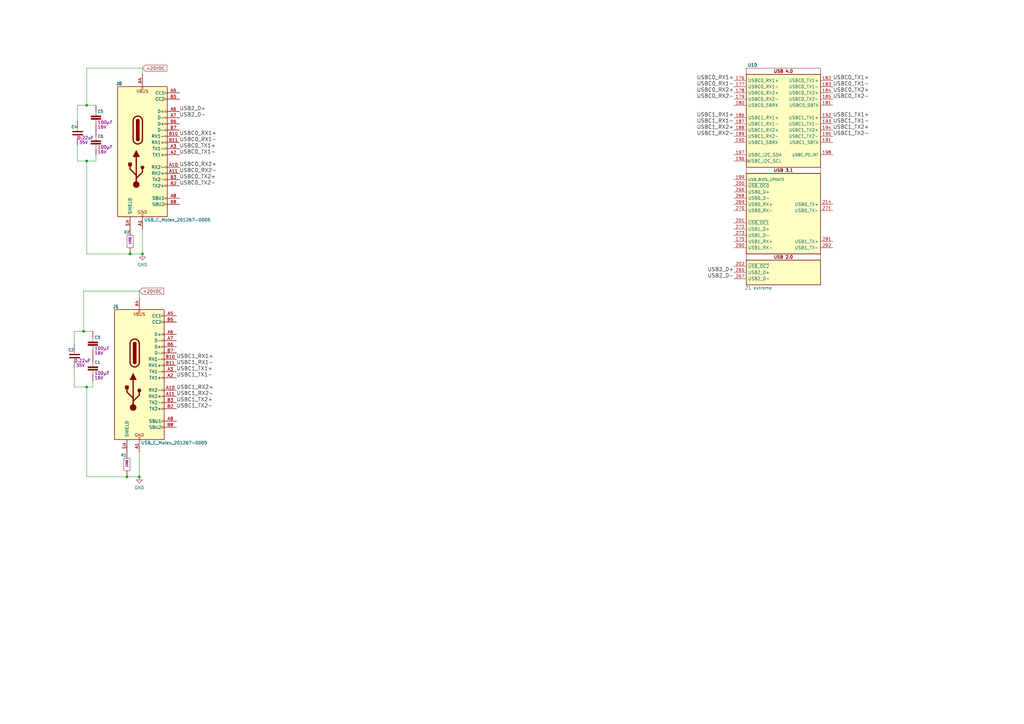
<source format=kicad_sch>
(kicad_sch (version 20230121) (generator eeschema)
  (paper "A3")
  (title_block (date "2023-05-06") (rev "A-A"))
  (junction (at 35.56 66.04))
  (junction (at 57.15 195.58))
  (junction (at 35.56 158.75))
  (junction (at 52.07 195.58))
  (junction (at 34.29 135.89))
  (junction (at 58.42 104.14))
  (junction (at 53.34 104.14))
  (junction (at 35.56 43.18))
  (wire (pts (xy 39.37 43.18) (xy 35.56 43.18)))
  (wire (pts (xy 35.56 158.75) (xy 35.56 195.58)))
  (wire (pts (xy 35.56 66.04) (xy 39.37 66.04)))
  (wire (pts (xy 38.1 135.89) (xy 34.29 135.89)))
  (wire (pts (xy 39.37 66.04) (xy 39.37 63.5)))
  (wire (pts (xy 35.56 104.14) (xy 53.34 104.14)))
  (wire (pts (xy 38.1 158.75) (xy 38.1 156.21)))
  (wire (pts (xy 57.15 119.38) (xy 57.15 121.92)))
  (wire (pts (xy 53.34 104.14) (xy 58.42 104.14)))
  (wire (pts (xy 35.56 158.75) (xy 38.1 158.75)))
  (wire (pts (xy 35.56 27.94) (xy 35.56 43.18)))
  (wire (pts (xy 57.15 119.38) (xy 34.29 119.38)))
  (wire (pts (xy 31.75 66.04) (xy 35.56 66.04)))
  (wire (pts (xy 30.48 158.75) (xy 35.56 158.75)))
  (wire (pts (xy 58.42 27.94) (xy 35.56 27.94)))
  (wire (pts (xy 58.42 27.94) (xy 58.42 30.48)))
  (wire (pts (xy 30.48 135.89) (xy 34.29 135.89)))
  (wire (pts (xy 58.42 93.98) (xy 58.42 104.14)))
  (wire (pts (xy 31.75 43.18) (xy 35.56 43.18)))
  (wire (pts (xy 52.07 195.58) (xy 57.15 195.58)))
  (wire (pts (xy 31.75 59.69) (xy 31.75 66.04)))
  (wire (pts (xy 34.29 119.38) (xy 34.29 135.89)))
  (wire (pts (xy 35.56 66.04) (xy 35.56 104.14)))
  (wire (pts (xy 57.15 185.42) (xy 57.15 195.58)))
  (wire (pts (xy 30.48 135.89) (xy 30.48 140.97)))
  (wire (pts (xy 30.48 151.13) (xy 30.48 158.75)))
  (wire (pts (xy 35.56 195.58) (xy 52.07 195.58)))
  (wire (pts (xy 31.75 43.18) (xy 31.75 49.53)))
  (label "USBC1_TX1+" (at 72.39 152.4 0) (effects (font (size 1.524 1.524))))
  (label "USBC0_RX1+" (at 73.66 55.88 0) (effects (font (size 1.524 1.524))))
  (label "USBC1_RX1+" (at 300.99 48.26 180) (effects (font (size 1.524 1.524))))
  (label "USBC1_TX1-" (at 72.39 154.94 0) (effects (font (size 1.524 1.524))))
  (label "USBC0_TX1+" (at 73.66 60.96 0) (effects (font (size 1.524 1.524))))
  (label "USBC1_TX2-" (at 341.63 55.88 0) (effects (font (size 1.524 1.524))))
  (label "USBC0_RX2+" (at 300.99 38.1 180) (effects (font (size 1.524 1.524))))
  (label "USBC1_RX2+" (at 72.39 160.02 0) (effects (font (size 1.524 1.524))))
  (label "USBC1_TX2-" (at 72.39 167.64 0) (effects (font (size 1.524 1.524))))
  (label "USBC1_TX2+" (at 341.63 53.34 0) (effects (font (size 1.524 1.524))))
  (label "USBC1_RX1-" (at 300.99 50.8 180) (effects (font (size 1.524 1.524))))
  (label "USBC1_RX2+" (at 300.99 53.34 180) (effects (font (size 1.524 1.524))))
  (label "USBC1_RX1+" (at 72.39 147.32 0) (effects (font (size 1.524 1.524))))
  (label "USBC0_RX1-" (at 300.99 35.56 180) (effects (font (size 1.524 1.524))))
  (label "USBC0_TX2+" (at 73.66 73.66 0) (effects (font (size 1.524 1.524))))
  (label "USBC0_RX1+" (at 300.99 33.02 180) (effects (font (size 1.524 1.524))))
  (label "USBC0_TX2-" (at 73.66 76.2 0) (effects (font (size 1.524 1.524))))
  (label "USBC0_TX1+" (at 341.63 33.02 0) (effects (font (size 1.524 1.524))))
  (label "USB2_D+" (at 73.66 45.72 0) (effects (font (size 1.524 1.524))))
  (label "USBC0_TX2+" (at 341.63 38.1 0) (effects (font (size 1.524 1.524))))
  (label "USBC0_TX1-" (at 73.66 63.5 0) (effects (font (size 1.524 1.524))))
  (label "USBC1_TX1+" (at 341.63 48.26 0) (effects (font (size 1.524 1.524))))
  (label "USBC1_TX1-" (at 341.63 50.8 0) (effects (font (size 1.524 1.524))))
  (label "USBC0_TX1-" (at 341.63 35.56 0) (effects (font (size 1.524 1.524))))
  (label "USBC0_RX2-" (at 73.66 71.12 0) (effects (font (size 1.524 1.524))))
  (label "USBC0_RX2+" (at 73.66 68.58 0) (effects (font (size 1.524 1.524))))
  (label "USBC1_RX2-" (at 72.39 162.56 0) (effects (font (size 1.524 1.524))))
  (label "USB2_D+" (at 300.99 111.76 180) (effects (font (size 1.524 1.524))))
  (label "USBC1_TX2+" (at 72.39 165.1 0) (effects (font (size 1.524 1.524))))
  (label "USB2_D-" (at 300.99 114.3 180) (effects (font (size 1.524 1.524))))
  (label "USBC0_TX2-" (at 341.63 40.64 0) (effects (font (size 1.524 1.524))))
  (label "USBC0_RX1-" (at 73.66 58.42 0) (effects (font (size 1.524 1.524))))
  (label "USBC1_RX1-" (at 72.39 149.86 0) (effects (font (size 1.524 1.524))))
  (label "USBC1_RX2-" (at 300.99 55.88 180) (effects (font (size 1.524 1.524))))
  (label "USB2_D-" (at 73.66 48.26 0) (effects (font (size 1.524 1.524))))
  (label "USBC0_RX2-" (at 300.99 40.64 180) (effects (font (size 1.524 1.524))))
  (global_label "+20VDC" (shape input) (at 58.42 27.94 0) (property "Intersheetrefs" "${INTERSHEET_REFS}" (effects hide)))
  (global_label "+20VDC" (shape input) (at 57.15 119.38 0) (property "Intersheetrefs" "${INTERSHEET_REFS}" (effects hide)))
  (symbol (lib_id "LRJ-parts:USB_C_Molex_201267-0005") (at 57.15 154.94 0) (mirror y) (unit 1)
    (property "Reference" "J1" (at 48.895 125.73 0) (effects (font bold) (justify left)))
    (property "Value" "USB_C_Molex_201267-0005" (at 85.09 181.61 0) (effects (justify left)))
    (property "Footprint" "LRJ:USB-C_Receptacle_2012670005" (effects hide))
    (property "Datasheet" "https://www.molex.com/pdm_docs/sd/2012670005_sd.pdf" (effects hide))
    (property "Manufacturer" "Molex" (effects hide))
    (property "Type" "Hybrid" (effects hide))
    (property "Voltage rating" "30V" (effects hide))
    (property "Current rating" "5A" (effects hide))
    (property "Description" "USB Connector, 24-pin Type C, SMT, Receptacle, 30V, 5A" (effects hide))
    (property "MPN" "201267-0005" (effects hide))
    (property "Sim.Enable" "0" (effects hide))
  )
  (symbol (lib_id "LRJ-parts:R_ERJ-3GEYJ105V") (at 52.07 190.5 90) (unit 1)
    (property "Reference" "R1" (at 49.53 186.69 90) (effects (font (size 1.143 1.143)) (justify right)))
    (property "Value" "R_ERJ-3GEYJ105V" (effects hide))
    (property "Footprint" "Resistor_SMD:R_0603_1608Metric" (effects hide))
    (property "Datasheet" "https://industrial.panasonic.com/ww/products/pt/general-purpose-chip-resistors/models/ERJ3GEYJ105V" (effects hide))
    (property "Manufacturer" "Panasonic Electronic Components" (effects hide))
    (property "MPN" "ERJ-3GEYJ105V" (effects hide))
    (property "Resistance" "1MΩ" (at 52.07 188.595 0) (effects (font (size 0.889 0.889)) (justify right)))
    (property "Voltage rating" "75V" (effects hide))
    (property "Operating Temperature " " -55°C to +155°C" (effects hide))
    (property "Status" "Active" (effects hide))
    (property "Mounting type" "SMD" (effects hide))
  )
  (symbol (lib_id "LRJ-parts:R_ERJ-3GEYJ105V") (at 53.34 99.06 90) (unit 1)
    (property "Reference" "R2" (at 50.8 95.25 90) (effects (font (size 1.143 1.143)) (justify right)))
    (property "Value" "R_ERJ-3GEYJ105V" (effects hide))
    (property "Footprint" "Resistor_SMD:R_0603_1608Metric" (effects hide))
    (property "Datasheet" "https://industrial.panasonic.com/ww/products/pt/general-purpose-chip-resistors/models/ERJ3GEYJ105V" (effects hide))
    (property "Manufacturer" "Panasonic Electronic Components" (effects hide))
    (property "MPN" "ERJ-3GEYJ105V" (effects hide))
    (property "Resistance" "1MΩ" (at 53.34 97.155 0) (effects (font (size 0.889 0.889)) (justify right)))
    (property "Voltage rating" "75V" (effects hide))
    (property "Operating Temperature " " -55°C to +155°C" (effects hide))
    (property "Status" "Active" (effects hide))
    (property "Mounting type" "SMD" (effects hide))
  )
  (symbol (lib_id "LRJ-parts:USB_C_Molex_201267-0005") (at 58.42 63.5 0) (mirror y) (unit 1)
    (property "Reference" "J0" (at 50.165 34.29 0) (effects (font bold) (justify left)))
    (property "Value" "USB_C_Molex_201267-0005" (at 86.36 90.17 0) (effects (justify left)))
    (property "Footprint" "LRJ:USB-C_Receptacle_2012670005" (effects hide))
    (property "Datasheet" "https://www.molex.com/pdm_docs/sd/2012670005_sd.pdf" (effects hide))
    (property "Manufacturer" "Molex" (effects hide))
    (property "Type" "Hybrid" (effects hide))
    (property "Voltage rating" "30V" (effects hide))
    (property "Current rating" "5A" (effects hide))
    (property "Description" "USB Connector, 24-pin Type C, SMT, Receptacle, 30V, 5A" (effects hide))
    (property "MPN" "201267-0005" (effects hide))
    (property "Sim.Enable" "0" (effects hide))
  )
  (symbol (lib_id "LRJ-parts:AMD_Z1_extreme") (at 321.31 71.12 0) (unit 4)
    (property "Reference" "U1" (at 308.61 26.67 0) (effects (font bold)))
    (property "Value" "Z1 extreme" (at 311.15 118.11 0))
    (property "Footprint" "LRJ:Package_BGA_FP8" (effects hide))
    (property "Manufacturer" "Advanced Micro Devices" (effects hide))
    (property "MPN" "100-000001131" (effects hide))
    (property "Details" "https://en.wikichip.org/wiki/amd/packages/socket_am5#Package_Diagrams" (effects hide))
    (property "Sim.Enable" "0" (effects hide))
  )
  (symbol (lib_id "LRJ-parts:C_EMK325ABJ107MM") (at 39.37 58.42 0) (unit 1)
    (property "Reference" "C6" (at 40.005 55.88 0) (effects (font (size 1.143 1.143)) (justify left)))
    (property "Value" "C_CC1210MKX5R7BB107" (effects hide))
    (property "Footprint" "Capacitor_SMD:C_1210_3225Metric" (effects hide))
    (property "Datasheet" "https://www.yageo.com/upload/media/product/products/datasheet/mlcc/UPY-GPHC_X5R_4V-to-50V_27.pdf" (effects hide))
    (property "Manufacturer" "Yageo" (effects hide))
    (property "MPN" "CC1210MKX5R7BB107" (effects hide))
    (property "Capacity" "100µF" (at 40.005 60.325 0) (effects (justify left)))
    (property "Voltage rating" "16V" (at 40.005 62.23 0) (effects (justify left)))
    (property "Temperature Coefficient" "X5R" (effects hide))
    (property "Tolerance" "±20%" (effects hide))
    (property "Status" "Active" (effects hide))
    (property "Mounting type" "SMD" (effects hide))
    (property "Operating Temperature" " -55°C to +85°C " (effects hide))
  )
  (symbol (lib_id "LRJ-parts:C_EMK325ABJ107MM") (at 38.1 151.13 0) (unit 1)
    (property "Reference" "C1" (at 38.735 148.59 0) (effects (font (size 1.143 1.143)) (justify left)))
    (property "Value" "C_CC1210MKX5R7BB107" (effects hide))
    (property "Footprint" "Capacitor_SMD:C_1210_3225Metric" (effects hide))
    (property "Datasheet" "https://www.yageo.com/upload/media/product/products/datasheet/mlcc/UPY-GPHC_X5R_4V-to-50V_27.pdf" (effects hide))
    (property "Manufacturer" "Yageo" (effects hide))
    (property "MPN" "CC1210MKX5R7BB107" (effects hide))
    (property "Capacity" "100µF" (at 38.735 153.035 0) (effects (justify left)))
    (property "Voltage rating" "16V" (at 38.735 154.94 0) (effects (justify left)))
    (property "Temperature Coefficient" "X5R" (effects hide))
    (property "Tolerance" "±20%" (effects hide))
    (property "Status" "Active" (effects hide))
    (property "Mounting type" "SMD" (effects hide))
    (property "Operating Temperature" " -55°C to +85°C " (effects hide))
  )
  (symbol (lib_id "power:GND") (at 58.42 104.14 0) (mirror y) (unit 1)
    (property "Reference" "#PWR04" (effects hide))
    (property "Value" "GND" (at 58.42 108.585 0))
  )
  (symbol (lib_id "LRJ-parts:C_EMK325ABJ107MM") (at 38.1 140.97 0) (unit 1)
    (property "Reference" "C3" (at 38.735 138.43 0) (effects (font (size 1.143 1.143)) (justify left)))
    (property "Value" "C_CC1210MKX5R7BB107" (effects hide))
    (property "Footprint" "Capacitor_SMD:C_1210_3225Metric" (effects hide))
    (property "Datasheet" "https://www.yageo.com/upload/media/product/products/datasheet/mlcc/UPY-GPHC_X5R_4V-to-50V_27.pdf" (effects hide))
    (property "Manufacturer" "Yageo" (effects hide))
    (property "MPN" "CC1210MKX5R7BB107" (effects hide))
    (property "Capacity" "100µF" (at 38.735 142.875 0) (effects (justify left)))
    (property "Voltage rating" "16V" (at 38.735 144.78 0) (effects (justify left)))
    (property "Temperature Coefficient" "X5R" (effects hide))
    (property "Tolerance" "±20%" (effects hide))
    (property "Status" "Active" (effects hide))
    (property "Mounting type" "SMD" (effects hide))
    (property "Operating Temperature" " -55°C to +85°C " (effects hide))
  )
  (symbol (lib_id "LRJ-parts:C_CGA2B1X7R1V224K") (at 31.75 54.61 0) (unit 1)
    (property "Reference" "C4" (at 29.21 52.07 0) (effects (font (size 1.143 1.143)) (justify left)))
    (property "Value" "C_CGA2B1X7R1V224K" (effects hide))
    (property "Footprint" "Capacitor_SMD:C_0402_1005Metric" (effects hide))
    (property "Datasheet" "https://product.tdk.com/system/files/dam/doc/product/capacitor/ceramic/mlcc/catalog/mlcc_automotive_general_en.pdf" (effects hide))
    (property "Manufacturer" "TDK Corporation" (effects hide))
    (property "MPN" "CGA2B1X7R1V224K050BC" (effects hide))
    (property "Capacitance" "0.22uF" (at 31.75 56.515 0) (effects (justify left)))
    (property "Voltage rating" "35V" (at 32.385 58.42 0) (effects (justify left)))
    (property "Tolerance" "±10% " (effects hide))
    (property "Temperature Coefficient " "X7S" (effects hide))
    (property "Operating Temperature" "-55°C to +125°C " (effects hide))
    (property "Status" "Active" (effects hide))
  )
  (symbol (lib_id "power:GND") (at 57.15 195.58 0) (mirror y) (unit 1)
    (property "Reference" "#PWR03" (effects hide))
    (property "Value" "GND" (at 57.15 200.025 0))
  )
  (symbol (lib_id "LRJ-parts:C_CGA2B1X7R1V224K") (at 30.48 146.05 0) (unit 1)
    (property "Reference" "C2" (at 27.94 143.51 0) (effects (font (size 1.143 1.143)) (justify left)))
    (property "Value" "C_CGA2B1X7R1V224K" (effects hide))
    (property "Footprint" "Capacitor_SMD:C_0402_1005Metric" (effects hide))
    (property "Datasheet" "https://product.tdk.com/system/files/dam/doc/product/capacitor/ceramic/mlcc/catalog/mlcc_automotive_general_en.pdf" (effects hide))
    (property "Manufacturer" "TDK Corporation" (effects hide))
    (property "MPN" "CGA2B1X7R1V224K050BC" (effects hide))
    (property "Capacitance" "0.22uF" (at 30.48 147.955 0) (effects (justify left)))
    (property "Voltage rating" "35V" (at 31.115 149.86 0) (effects (justify left)))
    (property "Tolerance" "±10% " (effects hide))
    (property "Temperature Coefficient " "X7S" (effects hide))
    (property "Operating Temperature" "-55°C to +125°C " (effects hide))
    (property "Status" "Active" (effects hide))
  )
  (symbol (lib_id "LRJ-parts:C_EMK325ABJ107MM") (at 39.37 48.26 0) (unit 1)
    (property "Reference" "C5" (at 40.005 45.72 0) (effects (font (size 1.143 1.143)) (justify left)))
    (property "Value" "C_CC1210MKX5R7BB107" (effects hide))
    (property "Footprint" "Capacitor_SMD:C_1210_3225Metric" (effects hide))
    (property "Datasheet" "https://www.yageo.com/upload/media/product/products/datasheet/mlcc/UPY-GPHC_X5R_4V-to-50V_27.pdf" (effects hide))
    (property "Manufacturer" "Yageo" (effects hide))
    (property "MPN" "CC1210MKX5R7BB107" (effects hide))
    (property "Capacity" "100µF" (at 40.005 50.165 0) (effects (justify left)))
    (property "Voltage rating" "16V" (at 40.005 52.07 0) (effects (justify left)))
    (property "Temperature Coefficient" "X5R" (effects hide))
    (property "Tolerance" "±20%" (effects hide))
    (property "Status" "Active" (effects hide))
    (property "Mounting type" "SMD" (effects hide))
    (property "Operating Temperature" " -55°C to +85°C " (effects hide))
  )
)
</source>
